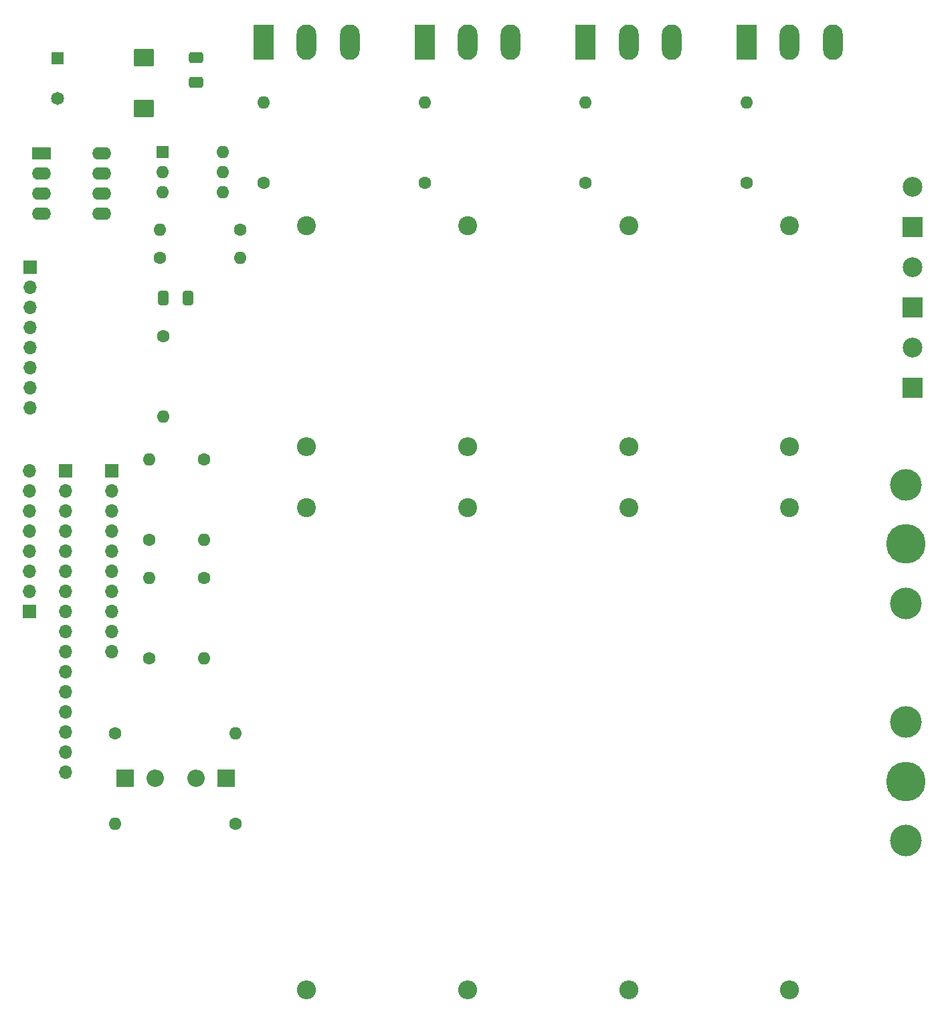
<source format=gbr>
%TF.GenerationSoftware,KiCad,Pcbnew,(6.0.8)*%
%TF.CreationDate,2023-04-21T01:28:30+02:00*%
%TF.ProjectId,load_pcb,6c6f6164-5f70-4636-922e-6b696361645f,rev?*%
%TF.SameCoordinates,Original*%
%TF.FileFunction,Soldermask,Top*%
%TF.FilePolarity,Negative*%
%FSLAX46Y46*%
G04 Gerber Fmt 4.6, Leading zero omitted, Abs format (unit mm)*
G04 Created by KiCad (PCBNEW (6.0.8)) date 2023-04-21 01:28:30*
%MOMM*%
%LPD*%
G01*
G04 APERTURE LIST*
G04 Aperture macros list*
%AMRoundRect*
0 Rectangle with rounded corners*
0 $1 Rounding radius*
0 $2 $3 $4 $5 $6 $7 $8 $9 X,Y pos of 4 corners*
0 Add a 4 corners polygon primitive as box body*
4,1,4,$2,$3,$4,$5,$6,$7,$8,$9,$2,$3,0*
0 Add four circle primitives for the rounded corners*
1,1,$1+$1,$2,$3*
1,1,$1+$1,$4,$5*
1,1,$1+$1,$6,$7*
1,1,$1+$1,$8,$9*
0 Add four rect primitives between the rounded corners*
20,1,$1+$1,$2,$3,$4,$5,0*
20,1,$1+$1,$4,$5,$6,$7,0*
20,1,$1+$1,$6,$7,$8,$9,0*
20,1,$1+$1,$8,$9,$2,$3,0*%
G04 Aperture macros list end*
%ADD10R,1.700000X1.700000*%
%ADD11O,1.700000X1.700000*%
%ADD12C,1.600000*%
%ADD13O,1.600000X1.600000*%
%ADD14RoundRect,0.250000X-1.025000X0.875000X-1.025000X-0.875000X1.025000X-0.875000X1.025000X0.875000X0*%
%ADD15R,2.500000X2.500000*%
%ADD16C,2.500000*%
%ADD17C,5.000000*%
%ADD18C,4.000000*%
%ADD19R,2.500000X4.500000*%
%ADD20O,2.500000X4.500000*%
%ADD21RoundRect,0.250000X0.412500X0.650000X-0.412500X0.650000X-0.412500X-0.650000X0.412500X-0.650000X0*%
%ADD22C,2.400000*%
%ADD23O,2.400000X2.400000*%
%ADD24R,2.200000X2.200000*%
%ADD25O,2.200000X2.200000*%
%ADD26R,2.400000X1.600000*%
%ADD27O,2.400000X1.600000*%
%ADD28R,1.650000X1.650000*%
%ADD29C,1.650000*%
%ADD30RoundRect,0.250000X-0.650000X0.412500X-0.650000X-0.412500X0.650000X-0.412500X0.650000X0.412500X0*%
%ADD31R,1.600000X1.600000*%
G04 APERTURE END LIST*
D10*
%TO.C,J1*%
X108966000Y-83820000D03*
D11*
X108966000Y-86360000D03*
X108966000Y-88900000D03*
X108966000Y-91440000D03*
X108966000Y-93980000D03*
X108966000Y-96520000D03*
X108966000Y-99060000D03*
X108966000Y-101600000D03*
X108966000Y-104140000D03*
X108966000Y-106680000D03*
X108966000Y-109220000D03*
X108966000Y-111760000D03*
X108966000Y-114300000D03*
X108966000Y-116840000D03*
X108966000Y-119380000D03*
X108966000Y-121920000D03*
%TD*%
D10*
%TO.C,J3*%
X114836000Y-83820000D03*
D11*
X114836000Y-86360000D03*
X114836000Y-88900000D03*
X114836000Y-91440000D03*
X114836000Y-93980000D03*
X114836000Y-96520000D03*
X114836000Y-99060000D03*
X114836000Y-101600000D03*
X114836000Y-104140000D03*
X114836000Y-106680000D03*
%TD*%
D12*
%TO.C,R16*%
X126466000Y-82372000D03*
D13*
X126466000Y-92532000D03*
%TD*%
D14*
%TO.C,C1*%
X118872000Y-31598000D03*
X118872000Y-37998000D03*
%TD*%
D15*
%TO.C,P4*%
X216128000Y-73354000D03*
D16*
X216128000Y-68274000D03*
%TD*%
D17*
%TO.C,F1*%
X215306000Y-123080000D03*
D18*
X215306000Y-130580000D03*
X215306000Y-115580000D03*
X215306000Y-85580000D03*
D17*
X215306000Y-93080000D03*
D18*
X215306000Y-100580000D03*
%TD*%
D19*
%TO.C,Q3*%
X154399333Y-29668000D03*
D20*
X159849333Y-29668000D03*
X165299333Y-29668000D03*
%TD*%
D21*
%TO.C,C3*%
X124421000Y-61976000D03*
X121296000Y-61976000D03*
%TD*%
D12*
%TO.C,R2*%
X134020000Y-47430000D03*
D13*
X134020000Y-37270000D03*
%TD*%
D22*
%TO.C,R6*%
X159849333Y-52850000D03*
D23*
X159849333Y-80790000D03*
%TD*%
D15*
%TO.C,P2*%
X216128000Y-53034000D03*
D16*
X216128000Y-47954000D03*
%TD*%
D22*
%TO.C,R9*%
X180228666Y-52850000D03*
D23*
X180228666Y-80790000D03*
%TD*%
D12*
%TO.C,R20*%
X130466365Y-128410365D03*
D13*
X115226365Y-128410365D03*
%TD*%
D24*
%TO.C,D2*%
X116470000Y-122682000D03*
D25*
X120280000Y-122682000D03*
%TD*%
D22*
%TO.C,R12*%
X200608000Y-52850000D03*
D23*
X200608000Y-80790000D03*
%TD*%
D19*
%TO.C,Q2*%
X134020000Y-29668000D03*
D20*
X139470000Y-29668000D03*
X144920000Y-29668000D03*
%TD*%
D10*
%TO.C,J4*%
X104448000Y-58054000D03*
D11*
X104448000Y-60594000D03*
X104448000Y-63134000D03*
X104448000Y-65674000D03*
X104448000Y-68214000D03*
X104448000Y-70754000D03*
X104448000Y-73294000D03*
X104448000Y-75834000D03*
%TD*%
D19*
%TO.C,Q4*%
X174778666Y-29668000D03*
D20*
X180228666Y-29668000D03*
X185678666Y-29668000D03*
%TD*%
D26*
%TO.C,U1*%
X105918000Y-43688000D03*
D27*
X105918000Y-46228000D03*
X105918000Y-48768000D03*
X105918000Y-51308000D03*
X113538000Y-51308000D03*
X113538000Y-48768000D03*
X113538000Y-46228000D03*
X113538000Y-43688000D03*
%TD*%
D12*
%TO.C,R5*%
X154399333Y-47430000D03*
D13*
X154399333Y-37270000D03*
%TD*%
D22*
%TO.C,R7*%
X139470000Y-88524000D03*
D23*
X139470000Y-149484000D03*
%TD*%
D22*
%TO.C,R4*%
X180228666Y-88524000D03*
D23*
X180228666Y-149484000D03*
%TD*%
D12*
%TO.C,R17*%
X119562000Y-92532000D03*
D13*
X119562000Y-82372000D03*
%TD*%
D12*
%TO.C,R21*%
X120904000Y-56896000D03*
D13*
X131064000Y-56896000D03*
%TD*%
D10*
%TO.C,J2*%
X104372000Y-101600000D03*
D11*
X104372000Y-99060000D03*
X104372000Y-96520000D03*
X104372000Y-93980000D03*
X104372000Y-91440000D03*
X104372000Y-88900000D03*
X104372000Y-86360000D03*
X104372000Y-83820000D03*
%TD*%
D22*
%TO.C,R13*%
X159849333Y-88524000D03*
D23*
X159849333Y-149484000D03*
%TD*%
D12*
%TO.C,R1*%
X131064000Y-53360000D03*
D13*
X120904000Y-53360000D03*
%TD*%
D28*
%TO.C,P1*%
X107924000Y-31698000D03*
D29*
X107924000Y-36778000D03*
%TD*%
D30*
%TO.C,C2*%
X125432000Y-31598000D03*
X125432000Y-34723000D03*
%TD*%
D12*
%TO.C,R18*%
X121296000Y-66772000D03*
D13*
X121296000Y-76932000D03*
%TD*%
D22*
%TO.C,R10*%
X200608000Y-88524000D03*
D23*
X200608000Y-149484000D03*
%TD*%
D12*
%TO.C,R19*%
X115226365Y-117056365D03*
D13*
X130466365Y-117056365D03*
%TD*%
D31*
%TO.C,Q1*%
X121204000Y-43564000D03*
D13*
X121204000Y-46104000D03*
X121204000Y-48644000D03*
X128824000Y-48644000D03*
X128824000Y-46104000D03*
X128824000Y-43564000D03*
%TD*%
D12*
%TO.C,R14*%
X126466000Y-97358000D03*
D13*
X126466000Y-107518000D03*
%TD*%
D12*
%TO.C,R11*%
X195158000Y-47430000D03*
D13*
X195158000Y-37270000D03*
%TD*%
D24*
%TO.C,D1*%
X129286000Y-122682000D03*
D25*
X125476000Y-122682000D03*
%TD*%
D22*
%TO.C,R3*%
X139470000Y-52850000D03*
D23*
X139470000Y-80790000D03*
%TD*%
D19*
%TO.C,Q5*%
X195158000Y-29668000D03*
D20*
X200608000Y-29668000D03*
X206058000Y-29668000D03*
%TD*%
D12*
%TO.C,R8*%
X174778666Y-47430000D03*
D13*
X174778666Y-37270000D03*
%TD*%
D15*
%TO.C,P3*%
X216128000Y-63194000D03*
D16*
X216128000Y-58114000D03*
%TD*%
D12*
%TO.C,R15*%
X119562000Y-107518000D03*
D13*
X119562000Y-97358000D03*
%TD*%
M02*

</source>
